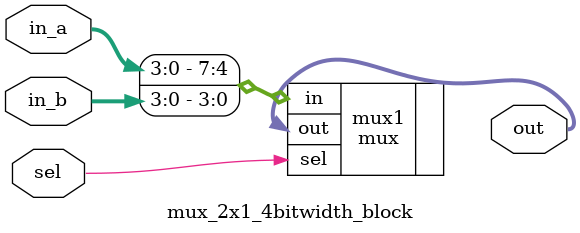
<source format=v>
`timescale 1ns / 1ps


module mux_2x1_4bitwidth_block(
    input [3:0] in_a,
    input [3:0] in_b,
    input sel,
    output [3:0] out
    );
    
    mux #(.WIDTH(4), .NUM_INPUTS(1) ) mux1 
        (.in( { {in_a}, {in_b}}), .sel(sel), .out(out));
endmodule

</source>
